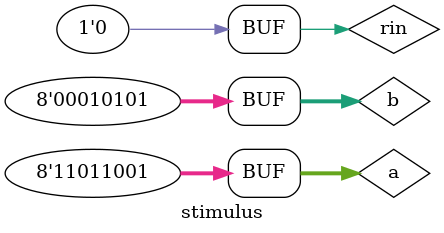
<source format=v>
`timescale 1ns / 1ps
`include "add_huit.v"

module stimulus;
	// Inputs
	reg [7:0] a;
	reg [7:0] b;
	reg rin;
	// Outputs
	wire [7:0] s;
	wire rout;
	// Instantiate the Unit Under Test (UUT)
	add_huit uut (
		a, 
		b, 
		rin, 
		s, 
		rout
	);
 
	initial begin
	$dumpfile("test.vcd");
    $dumpvars(0,stimulus);
		// Initialize Inputs
		a = 8'b00000000;
		b = 8'b00000000;
		rin = 1'b0;

 
	#10 a = 8'b11011001; // 217
	#10 b = 8'b10010111; // 151, sorties: retenue = 1, s = 0111 0000 = 112 theoriquement

	#10 b = 8'b0010101; // 21, sorties: retenue = 0, s = 1110 111 = 238 theoriquement
    #40 ;
 
	end  
 
		initial begin
		 $monitor("t=%3d a=%d,b=%d,s=%d,rout=%d \n",$time,a,b,s,rout, );
		 end
 
endmodule
 
 

</source>
